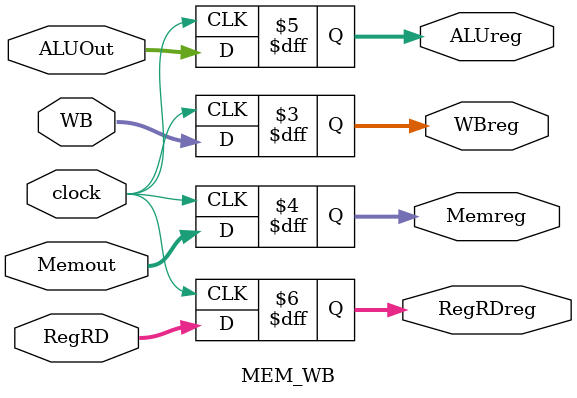
<source format=v>
`timescale 1ns / 1ps
module MEM_WB(clock,WB,Memout,ALUOut,RegRD,WBreg,Memreg,ALUreg,RegRDreg); 
   input clock; 
   input [1:0] WB; 
   input [4:0] RegRD; 
   input [31:0] Memout,ALUOut; 
   output [1:0] WBreg; 
   output [31:0] Memreg,ALUreg; 
   output [4:0] RegRDreg; 
 
   reg [1:0] WBreg; 
   reg [31:0] Memreg,ALUreg; 
   reg [4:0] RegRDreg; 
    
   initial begin 
      WBreg = 0; 
      Memreg = 0; 
      ALUreg = 0; 
      RegRDreg = 0; 
        
   end 
    
    always@(posedge clock) 
    begin 
        WBreg <= WB; 
        Memreg <= Memout; 
        ALUreg <= ALUOut; 
        RegRDreg <= RegRD; 
    end 
    
endmodule 
</source>
